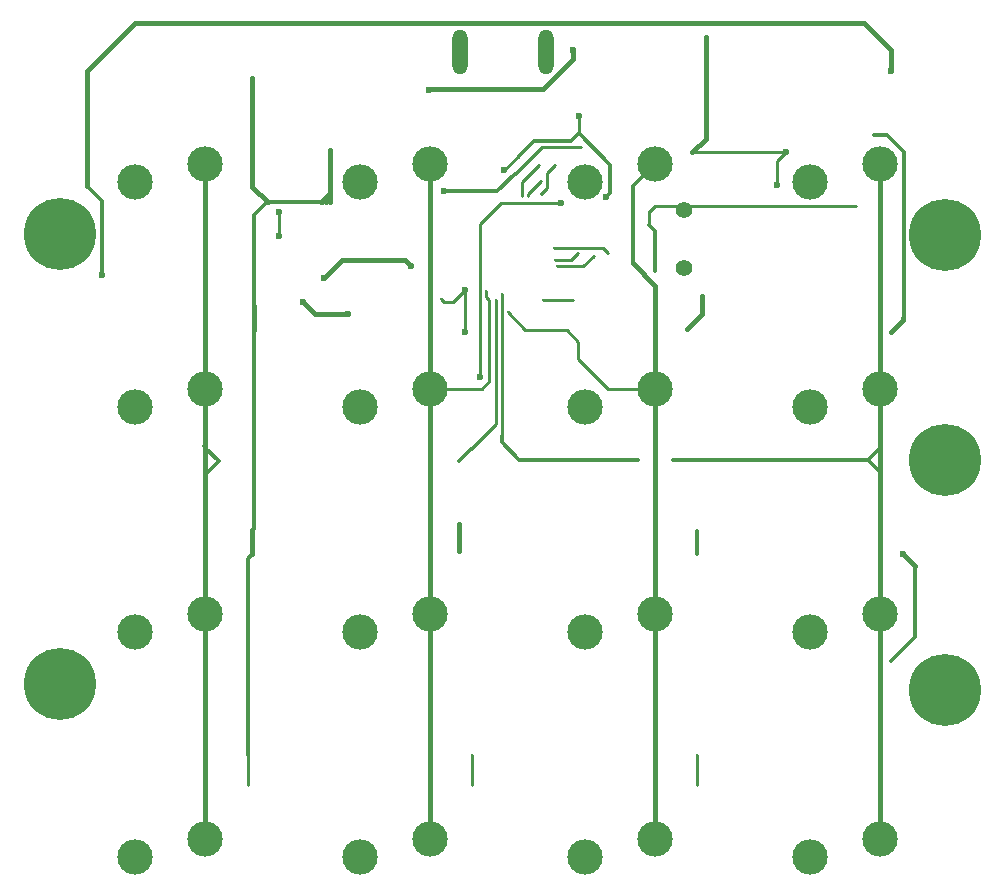
<source format=gbr>
G04 #@! TF.FileFunction,Copper,L1,Top,Signal*
%FSLAX46Y46*%
G04 Gerber Fmt 4.6, Leading zero omitted, Abs format (unit mm)*
G04 Created by KiCad (PCBNEW 4.0.5) date 02/28/17 13:31:52*
%MOMM*%
%LPD*%
G01*
G04 APERTURE LIST*
%ADD10C,0.100000*%
%ADD11C,1.400000*%
%ADD12O,1.300000X3.800000*%
%ADD13O,3.000000X3.000000*%
%ADD14C,6.100000*%
%ADD15C,0.600000*%
%ADD16C,0.300000*%
%ADD17C,0.210000*%
%ADD18C,0.300000*%
%ADD19C,0.250000*%
%ADD20C,0.400000*%
G04 APERTURE END LIST*
D10*
D11*
X91025750Y-50475750D03*
X91025750Y-55375750D03*
D12*
X72043750Y-37053750D03*
X79343750Y-37053750D03*
D13*
X50488750Y-46543750D03*
X44563750Y-48063750D03*
X50488750Y-65593750D03*
X44563750Y-67113750D03*
X50488750Y-84643750D03*
X44563750Y-86163750D03*
X50488750Y-103693750D03*
X44563750Y-105213750D03*
X69538750Y-46543750D03*
X63613750Y-48063750D03*
X69538750Y-65593750D03*
X63613750Y-67113750D03*
X69538750Y-84643750D03*
X63613750Y-86163750D03*
X69538750Y-103693750D03*
X63613750Y-105213750D03*
X88588750Y-46543750D03*
X82663750Y-48063750D03*
X88588750Y-65593750D03*
X82663750Y-67113750D03*
X88588750Y-84643750D03*
X82663750Y-86163750D03*
X88588750Y-103693750D03*
X82663750Y-105213750D03*
X107638750Y-46543750D03*
X101713750Y-48063750D03*
X107638750Y-65593750D03*
X101713750Y-67113750D03*
X107638750Y-84643750D03*
X101713750Y-86163750D03*
X107638750Y-103693750D03*
X101713750Y-105213750D03*
D14*
X38193750Y-52481250D03*
X38193750Y-90581250D03*
X113093750Y-71593750D03*
X113093750Y-52593750D03*
X113093750Y-91093750D03*
D15*
X82135750Y-42511750D03*
D16*
X108551750Y-60799750D03*
X107093750Y-44093750D03*
X61093750Y-45393750D03*
X61093750Y-49793750D03*
X54493750Y-41393750D03*
X54493750Y-39293750D03*
X92893750Y-39393750D03*
X92893750Y-38193750D03*
X92893750Y-35793750D03*
X81593750Y-58093750D03*
X79093750Y-58093750D03*
X54593750Y-58593750D03*
X54593750Y-60593750D03*
X54449750Y-77563750D03*
X54449750Y-79595750D03*
X92549750Y-57751750D03*
X91279750Y-60545750D03*
D15*
X58767750Y-58243750D03*
X62577750Y-59275750D03*
D16*
X92093750Y-77593750D03*
X92093750Y-79593750D03*
X54093750Y-96593750D03*
X54093750Y-99093750D03*
X73093750Y-96593750D03*
X73093750Y-99093750D03*
X92093750Y-96593750D03*
X92093750Y-99093750D03*
D15*
X84421750Y-49369750D03*
X75785750Y-47083750D03*
X98899750Y-48353750D03*
X99661750Y-45559750D03*
D16*
X88593750Y-55593750D03*
X71975750Y-77055750D03*
X71975750Y-79341750D03*
X70451750Y-58005750D03*
D15*
X67911750Y-55211750D03*
X60545750Y-56227750D03*
D16*
X105593750Y-50093750D03*
X88093750Y-50593750D03*
D15*
X72483750Y-57243750D03*
X72483750Y-60799750D03*
D17*
X82293750Y-45093750D03*
D15*
X56735750Y-50639750D03*
X56735750Y-52671750D03*
X70705750Y-48861750D03*
D16*
X51655750Y-71721750D03*
X71975750Y-71721750D03*
X75093750Y-58093750D03*
X74293750Y-57293750D03*
X76093750Y-59093750D03*
X90093750Y-71593750D03*
X87093750Y-71593750D03*
X75593750Y-57593750D03*
D15*
X69433750Y-40280000D03*
X81627750Y-36923750D03*
X108551750Y-38701750D03*
X41749750Y-55973750D03*
D16*
X108593750Y-88593750D03*
D15*
X109567750Y-79595750D03*
X80611750Y-49877750D03*
X73753750Y-64609750D03*
D17*
X77285750Y-49271750D03*
X78793750Y-46593750D03*
X77785750Y-49271750D03*
X78893750Y-47993750D03*
X80093750Y-46593750D03*
X78893750Y-49093750D03*
X83393750Y-54293750D03*
X80293750Y-55193750D03*
X84593750Y-54093750D03*
X79993750Y-53693750D03*
X82093750Y-54093750D03*
X80093750Y-54693750D03*
D18*
X109643750Y-45543750D02*
X109643750Y-59707750D01*
X109593750Y-59593750D02*
X109593750Y-59757750D01*
X109593750Y-59657750D02*
X109593750Y-59593750D01*
X109643750Y-59707750D02*
X109593750Y-59657750D01*
X82135750Y-43951750D02*
X82151750Y-43951750D01*
X84793750Y-48997750D02*
X84421750Y-49369750D01*
X84793750Y-46593750D02*
X84793750Y-48997750D01*
X82151750Y-43951750D02*
X84793750Y-46593750D01*
X77034750Y-45834750D02*
X77052750Y-45834750D01*
X81493750Y-44593750D02*
X82135750Y-43951750D01*
X78293750Y-44593750D02*
X81493750Y-44593750D01*
X77052750Y-45834750D02*
X78293750Y-44593750D01*
D19*
X82135750Y-43951750D02*
X82135750Y-42511750D01*
D20*
X60693750Y-49793750D02*
X60693750Y-49593750D01*
X61093750Y-49193750D02*
X61093750Y-48993750D01*
X60693750Y-49593750D02*
X61093750Y-49193750D01*
X61093750Y-48993750D02*
X61093750Y-48993750D01*
X61093750Y-48993750D02*
X60293750Y-49793750D01*
X60293750Y-49793750D02*
X60393750Y-49793750D01*
X54493750Y-41393750D02*
X54493750Y-48493750D01*
X54493750Y-48493750D02*
X55793750Y-49793750D01*
D18*
X54593750Y-60593750D02*
X54593750Y-77419750D01*
X54593750Y-77419750D02*
X54449750Y-77563750D01*
X54093750Y-93093750D02*
X54093750Y-79951750D01*
X54093750Y-79951750D02*
X54449750Y-79595750D01*
X54093750Y-96593750D02*
X54093750Y-93093750D01*
X61093750Y-49793750D02*
X60693750Y-49793750D01*
X60693750Y-49793750D02*
X60393750Y-49793750D01*
X60393750Y-49793750D02*
X55793750Y-49793750D01*
X55793750Y-49793750D02*
X55693750Y-49793750D01*
X55693750Y-49793750D02*
X54593750Y-50893750D01*
X54593750Y-50893750D02*
X54593750Y-58593750D01*
D20*
X109593750Y-59757750D02*
X108551750Y-60799750D01*
D18*
X108193750Y-44093750D02*
X107093750Y-44093750D01*
X109643750Y-45543750D02*
X108193750Y-44093750D01*
D20*
X61093750Y-48993750D02*
X61093750Y-45393750D01*
X61093750Y-49793750D02*
X61093750Y-48993750D01*
X54493750Y-39293750D02*
X54493750Y-41393750D01*
X92893750Y-38193750D02*
X92893750Y-39393750D01*
X92893750Y-39393750D02*
X92893750Y-44393750D01*
X92893750Y-44393750D02*
X91727750Y-45559750D01*
X92893750Y-35793750D02*
X92893750Y-38193750D01*
D19*
X79093750Y-58093750D02*
X81593750Y-58093750D01*
D20*
X54593750Y-60593750D02*
X54593750Y-58593750D01*
X54449750Y-79595750D02*
X54449750Y-77563750D01*
X92549750Y-59275750D02*
X92549750Y-57751750D01*
X91279750Y-60545750D02*
X92549750Y-59275750D01*
X59799750Y-59275750D02*
X62577750Y-59275750D01*
X59799750Y-59275750D02*
X58767750Y-58243750D01*
D18*
X92093750Y-79593750D02*
X92093750Y-77593750D01*
D19*
X54093750Y-99093750D02*
X54093750Y-96593750D01*
X73093750Y-99093750D02*
X73093750Y-96593750D01*
X92093750Y-99093750D02*
X92093750Y-96593750D01*
X75785750Y-47083750D02*
X77034750Y-45834750D01*
X99661750Y-45559750D02*
X91727750Y-45559750D01*
X98899750Y-46321750D02*
X98899750Y-48353750D01*
X99661750Y-45559750D02*
X98899750Y-46321750D01*
D18*
X88593750Y-55593750D02*
X88593750Y-52193750D01*
X88593750Y-52193750D02*
X88093750Y-51693750D01*
D19*
X88093750Y-50593750D02*
X88093750Y-51693750D01*
D20*
X71975750Y-79341750D02*
X71975750Y-77055750D01*
D19*
X72483750Y-57243750D02*
X71467750Y-58259750D01*
X70705750Y-58259750D02*
X70451750Y-58005750D01*
X71467750Y-58259750D02*
X70705750Y-58259750D01*
D20*
X67911750Y-55211750D02*
X67403750Y-54703750D01*
X67403750Y-54703750D02*
X62069750Y-54703750D01*
X62069750Y-54703750D02*
X60545750Y-56227750D01*
D19*
X88593750Y-50093750D02*
X105593750Y-50093750D01*
X88093750Y-50593750D02*
X88593750Y-50093750D01*
X72483750Y-60799750D02*
X72483750Y-57243750D01*
X76693750Y-47393750D02*
X78993750Y-45093750D01*
X78993750Y-45093750D02*
X82293750Y-45093750D01*
D18*
X76693750Y-47393750D02*
X75225750Y-48861750D01*
X75225750Y-48861750D02*
X70705750Y-48861750D01*
D19*
X56735750Y-52671750D02*
X56735750Y-50639750D01*
D18*
X51655750Y-71721750D02*
X50488750Y-72888750D01*
X50639750Y-72737750D02*
X50488750Y-72737750D01*
X50488750Y-72888750D02*
X50639750Y-72737750D01*
X72986750Y-70700750D02*
X72986750Y-70710750D01*
X50385750Y-70451750D02*
X50488750Y-70451750D01*
X50488750Y-70554750D02*
X50385750Y-70451750D01*
X51655750Y-71721750D02*
X50488750Y-70554750D01*
X72986750Y-70710750D02*
X71975750Y-71721750D01*
D19*
X75093750Y-68593750D02*
X75093750Y-58093750D01*
X72986750Y-70700750D02*
X75093750Y-68593750D01*
D20*
X50488750Y-46543750D02*
X50488750Y-65593750D01*
X50488750Y-65593750D02*
X50488750Y-70451750D01*
X50488750Y-70451750D02*
X50488750Y-70959750D01*
X50488750Y-70959750D02*
X50488750Y-71316750D01*
X50488750Y-71316750D02*
X50488750Y-71593750D01*
X50488750Y-71593750D02*
X50488750Y-72737750D01*
X50488750Y-72737750D02*
X50488750Y-73593750D01*
X50488750Y-73593750D02*
X50488750Y-84643750D01*
X50488750Y-84643750D02*
X50488750Y-103693750D01*
D19*
X74293750Y-57293750D02*
X74293750Y-57793750D01*
X74293750Y-57793750D02*
X74543750Y-58043750D01*
X73893750Y-65593750D02*
X69538750Y-65593750D01*
X74543750Y-64943750D02*
X73893750Y-65593750D01*
X74543750Y-58043750D02*
X74543750Y-64943750D01*
D20*
X69538750Y-103693750D02*
X69538750Y-84643750D01*
X69538750Y-84643750D02*
X69538750Y-65593750D01*
X69538750Y-65593750D02*
X69538750Y-46543750D01*
D18*
X86707750Y-54957750D02*
X86707750Y-48424750D01*
X86707750Y-48424750D02*
X88588750Y-46543750D01*
D19*
X84593750Y-65593750D02*
X88588750Y-65593750D01*
X82093750Y-63093750D02*
X84593750Y-65593750D01*
X82093750Y-61593750D02*
X82093750Y-63093750D01*
X81093750Y-60593750D02*
X82093750Y-61593750D01*
X77593750Y-60593750D02*
X81093750Y-60593750D01*
X76093750Y-59093750D02*
X77593750Y-60593750D01*
D20*
X88588750Y-56838750D02*
X86707750Y-54957750D01*
X88588750Y-65593750D02*
X88588750Y-56838750D01*
X88588750Y-65593750D02*
X88588750Y-84643750D01*
X88588750Y-84643750D02*
X88588750Y-103693750D01*
D18*
X106593750Y-71593750D02*
X107638750Y-72638750D01*
X107593750Y-72593750D02*
X107638750Y-72593750D01*
X107638750Y-72638750D02*
X107593750Y-72593750D01*
X75593750Y-69593750D02*
X75593750Y-70093750D01*
X75593750Y-70093750D02*
X77093750Y-71593750D01*
X107593750Y-70593750D02*
X107638750Y-70593750D01*
X107638750Y-70548750D02*
X107593750Y-70593750D01*
X106593750Y-71593750D02*
X107638750Y-70548750D01*
X106093750Y-71593750D02*
X106593750Y-71593750D01*
X90093750Y-71593750D02*
X106093750Y-71593750D01*
X77093750Y-71593750D02*
X87093750Y-71593750D01*
D19*
X107638750Y-74638750D02*
X107638750Y-74138750D01*
X107638750Y-74138750D02*
X107593750Y-74093750D01*
X107593750Y-74093750D02*
X107638750Y-74093750D01*
X75593750Y-57593750D02*
X75593750Y-69593750D01*
X107593750Y-71593750D02*
X107638750Y-71593750D01*
X107638750Y-71548750D02*
X107593750Y-71593750D01*
D20*
X107638750Y-103693750D02*
X107638750Y-84643750D01*
X107638750Y-84643750D02*
X107638750Y-74093750D01*
X107638750Y-74093750D02*
X107638750Y-72593750D01*
X107638750Y-72593750D02*
X107638750Y-72093750D01*
X107638750Y-72093750D02*
X107638750Y-71593750D01*
X107638750Y-71593750D02*
X107638750Y-70593750D01*
X107638750Y-70593750D02*
X107638750Y-65593750D01*
X107638750Y-65593750D02*
X107638750Y-46543750D01*
X81627750Y-37685750D02*
X81627750Y-36923750D01*
X79087750Y-40225750D02*
X81627750Y-37685750D01*
X69488000Y-40225750D02*
X79087750Y-40225750D01*
X69488000Y-40225750D02*
X69433750Y-40280000D01*
D18*
X41749750Y-55973750D02*
X41749750Y-49649750D01*
X41749750Y-49649750D02*
X40479750Y-48379750D01*
D19*
X41749750Y-49649750D02*
X40479750Y-48379750D01*
D20*
X108551750Y-38701750D02*
X108551750Y-36923750D01*
X108551750Y-36923750D02*
X106265750Y-34637750D01*
X106265750Y-34637750D02*
X44543750Y-34637750D01*
X44543750Y-34637750D02*
X40479750Y-38701750D01*
X40479750Y-38701750D02*
X40479750Y-48379750D01*
D18*
X110579750Y-80607750D02*
X110579750Y-86607750D01*
X110579750Y-86607750D02*
X108593750Y-88593750D01*
D20*
X109567750Y-79595750D02*
X110579750Y-80607750D01*
D19*
X75531750Y-49877750D02*
X74769750Y-50639750D01*
X80611750Y-49877750D02*
X75531750Y-49877750D01*
X73753750Y-51655750D02*
X73753750Y-64609750D01*
X74769750Y-50639750D02*
X73753750Y-51655750D01*
X77293750Y-48093750D02*
X78793750Y-46593750D01*
X77293750Y-49263750D02*
X77293750Y-48093750D01*
X77293750Y-49263750D02*
X77285750Y-49271750D01*
X77793750Y-49093750D02*
X78893750Y-47993750D01*
X77793750Y-49263750D02*
X77793750Y-49093750D01*
X77793750Y-49263750D02*
X77785750Y-49271750D01*
X79393750Y-47293750D02*
X80093750Y-46593750D01*
X79393750Y-48593750D02*
X79393750Y-47293750D01*
X78893750Y-49093750D02*
X79393750Y-48593750D01*
X82493750Y-55193750D02*
X83393750Y-54293750D01*
X80293750Y-55193750D02*
X82493750Y-55193750D01*
X84193750Y-53693750D02*
X84593750Y-54093750D01*
X83993750Y-53693750D02*
X84193750Y-53693750D01*
X79993750Y-53693750D02*
X83993750Y-53693750D01*
X81493750Y-54693750D02*
X82093750Y-54093750D01*
X80093750Y-54693750D02*
X81493750Y-54693750D01*
M02*

</source>
